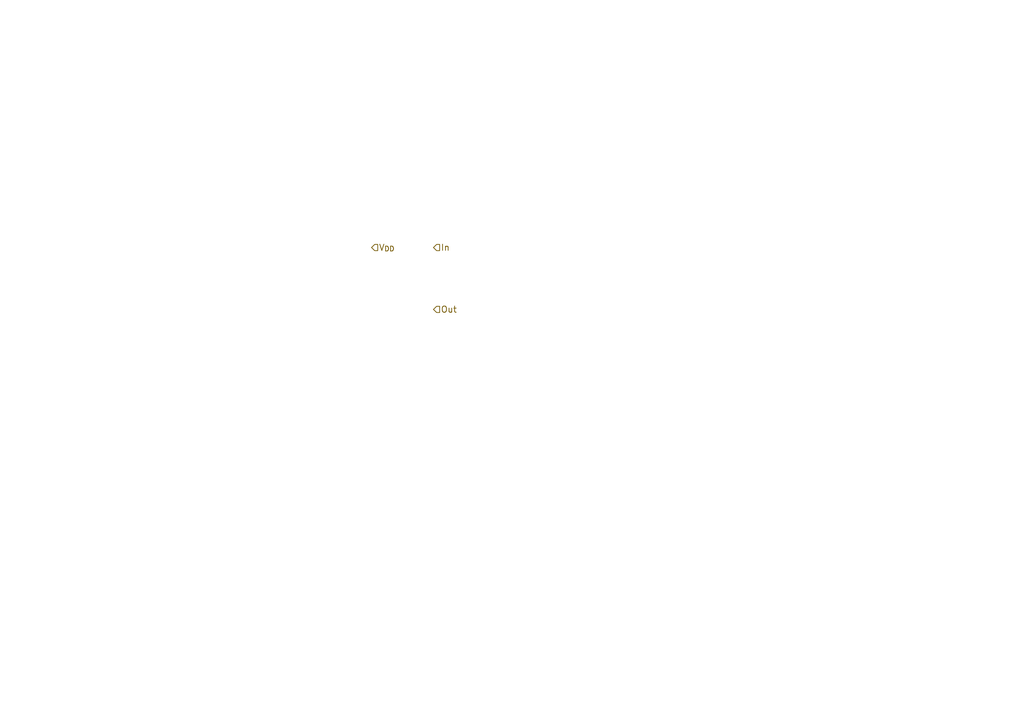
<source format=kicad_sch>
(kicad_sch (version 20230121) (generator eeschema)
  (paper "A5")
  (lib_symbols)
  (hierarchical_label "In" (shape input) (at 88.9 50.8 0))
  (hierarchical_label "Out" (shape input) (at 88.9 63.5 0))
  (hierarchical_label "V_{DD}" (shape input) (at 76.2 50.8 0))
)
</source>
